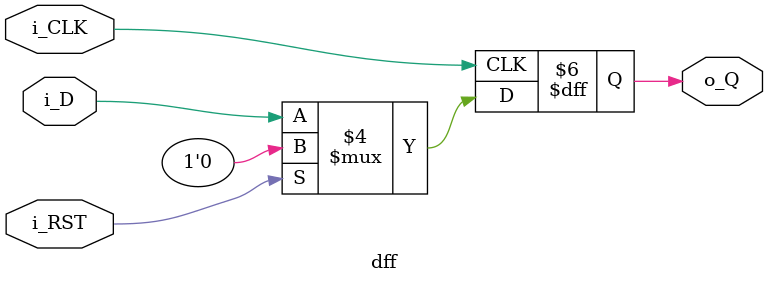
<source format=v>
`timescale 1ns / 1ps


module dff(
    input i_CLK,
    input i_RST,
    input i_D,
    output reg o_Q
    );
    
    always@(posedge(i_CLK))
    begin
        if(i_RST == 1)
            o_Q <= 1'b0;
        else
           o_Q <= i_D;
    end
endmodule

</source>
